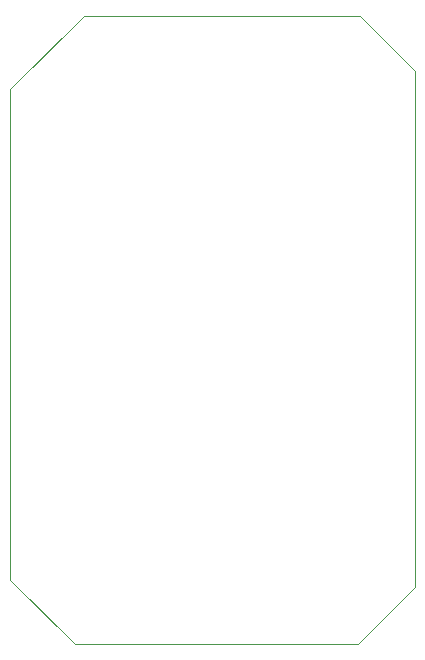
<source format=gbr>
G04*
G04 #@! TF.GenerationSoftware,Altium Limited,Altium Designer,22.11.1 (43)*
G04*
G04 Layer_Color=0*
%FSLAX44Y44*%
%MOMM*%
G71*
G04*
G04 #@! TF.SameCoordinates,7E3583A2-2878-4CA1-8AEC-5B8DB4771625*
G04*
G04*
G04 #@! TF.FilePolarity,Positive*
G04*
G01*
G75*
%ADD30C,0.0254*%
D30*
X359410Y590550D02*
X304800Y645160D01*
Y1060450D01*
X367030Y1122680D01*
X600710D01*
X647700Y1075690D01*
Y638810D01*
X599440Y590550D01*
X359410D01*
M02*

</source>
